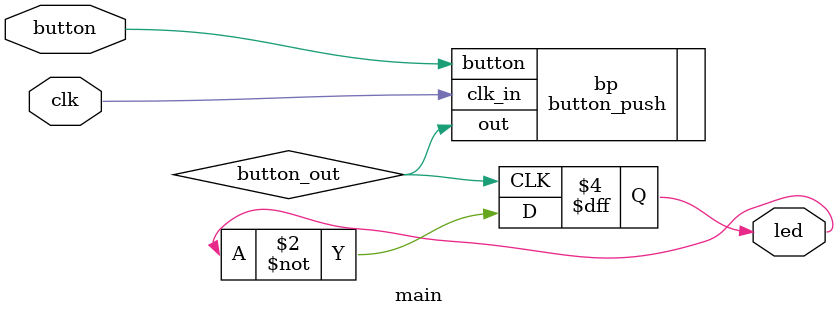
<source format=v>
`timescale 1ns / 1ps


module main( input clk,input button,output reg led );
    wire button_out;   
    initial begin
    led = 0;
    end  
    button_push bp(
        .clk_in(clk),
        .button(button),
        .out(button_out)
    );
    
    always @(posedge button_out) begin
        if (button_out) begin
            led <= ~led;   
        end
    end
endmodule



</source>
